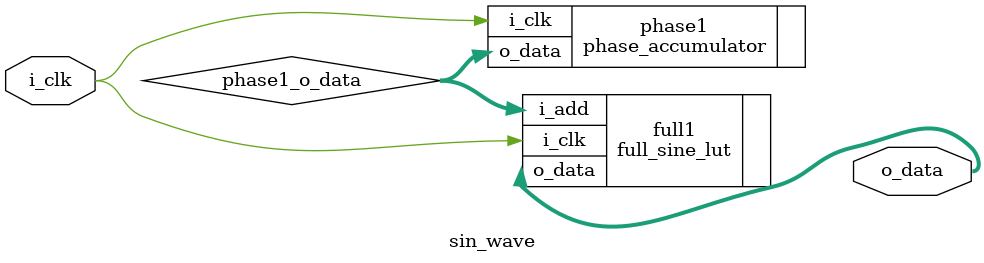
<source format=v>
module sin_wave (i_clk, o_data);

 input i_clk;
 output [11:0] o_data;
 
 wire [11:0] phase1_o_data;
 
 
 full_sine_lut full1 (.i_clk(i_clk), .i_add(phase1_o_data), .o_data(o_data));
 phase_accumulator phase1 (.i_clk(i_clk),  .o_data(phase1_o_data));


endmodule
</source>
